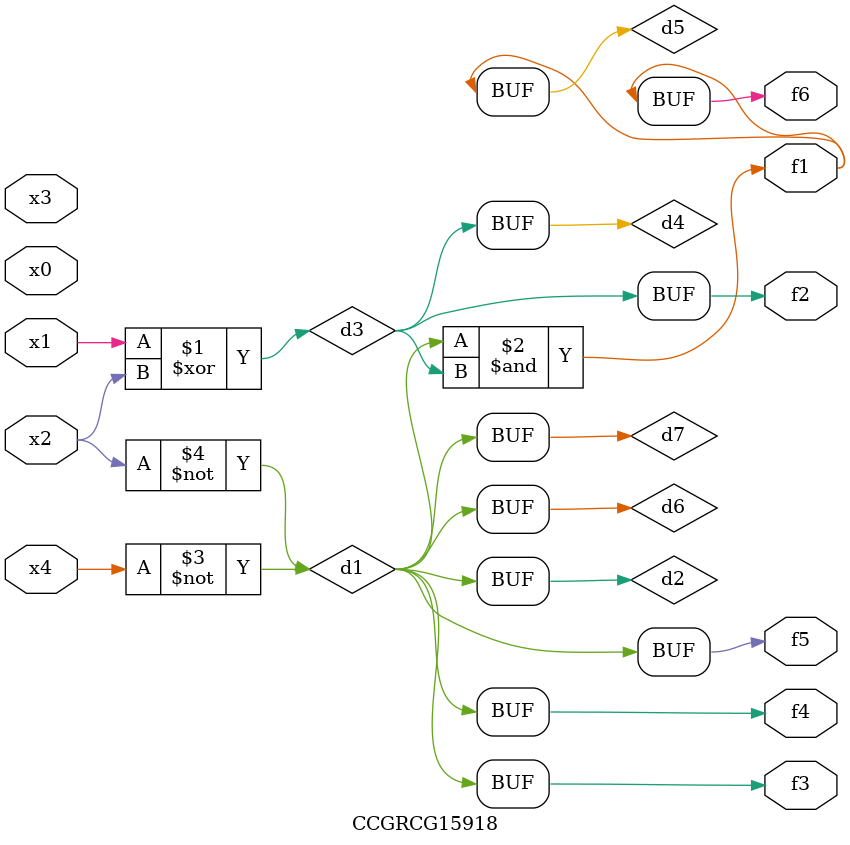
<source format=v>
module CCGRCG15918(
	input x0, x1, x2, x3, x4,
	output f1, f2, f3, f4, f5, f6
);

	wire d1, d2, d3, d4, d5, d6, d7;

	not (d1, x4);
	not (d2, x2);
	xor (d3, x1, x2);
	buf (d4, d3);
	and (d5, d1, d3);
	buf (d6, d1, d2);
	buf (d7, d2);
	assign f1 = d5;
	assign f2 = d4;
	assign f3 = d7;
	assign f4 = d7;
	assign f5 = d7;
	assign f6 = d5;
endmodule

</source>
